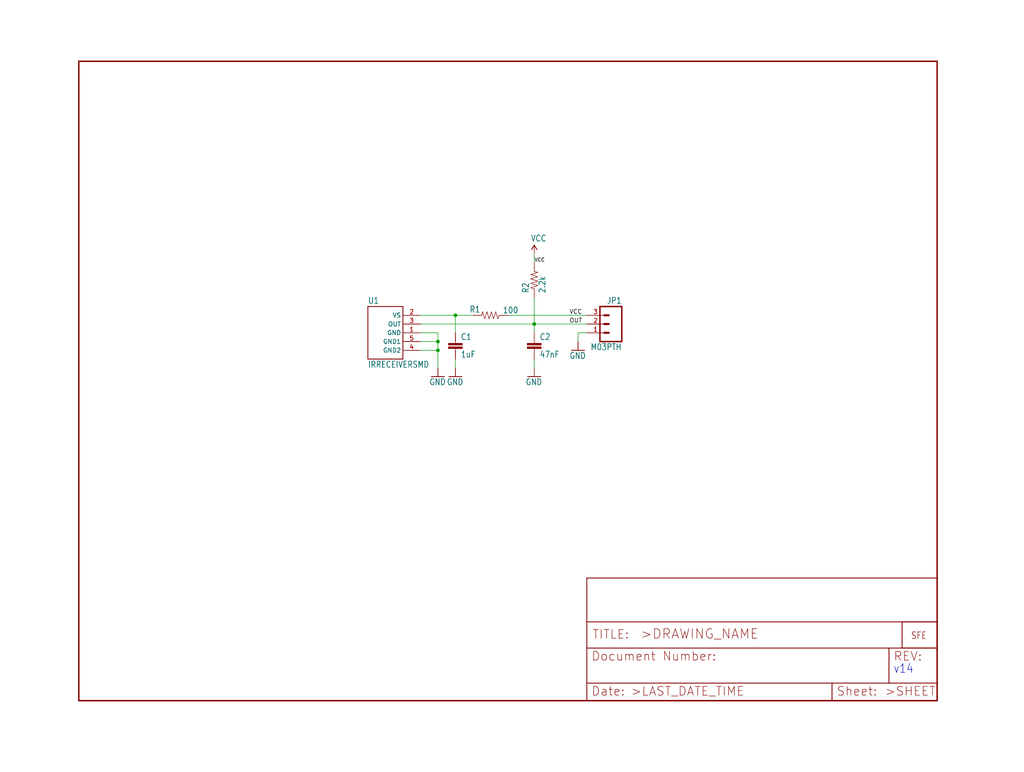
<source format=kicad_sch>
(kicad_sch (version 20211123) (generator eeschema)
  (paper "User" 297.002 223.926)
  (lib_symbols
    (symbol "schematicEagle-eagle-import:3.3V" (power)
      (property "Value" "3.3V" (at -1.016 3.556 0))
      (symbol "3.3V_1_0"
        (polyline (pts (xy 0 2.54) (xy -0.762 1.27)) (stroke (width 0.254)))
        (polyline (pts (xy 0.762 1.27) (xy 0 2.54)) (stroke (width 0.254)))
        (pin power_in line (at 0 0 90) (length 2.54) (name "3.3V") (number "1"))
      )
    )
    (symbol "schematicEagle-eagle-import:CAP0603-CAP"
      (property "Reference" "C" (at 1.524 2.921 0))
      (property "Value" "CAP0603-CAP" (at 1.524 -2.159 0))
      (symbol "CAP0603-CAP_1_0"
        (rectangle (start -2.032 0.508) (end 2.032 1.016) (fill (type outline)))
        (rectangle (start -2.032 1.524) (end 2.032 2.032) (fill (type outline)))
        (polyline (pts (xy 0 0) (xy 0 0.508)) (stroke (width 0.1524)))
        (polyline (pts (xy 0 2.54) (xy 0 2.032)) (stroke (width 0.1524)))
        (pin passive line (at 0 5.08 270) (length 2.54) (name "1") (number "1"))
        (pin passive line (at 0 -2.54 90) (length 2.54) (name "2") (number "2"))
      )
    )
    (symbol "schematicEagle-eagle-import:FRAME-LETTER"
      (symbol "FRAME-LETTER_1_0"
        (polyline (pts (xy 0 0) (xy 248.92 0)) (stroke (width 0.4064)))
        (polyline (pts (xy 0 185.42) (xy 0 0)) (stroke (width 0.4064)))
        (polyline (pts (xy 0 185.42) (xy 248.92 185.42)) (stroke (width 0.4064)))
        (polyline (pts (xy 248.92 185.42) (xy 248.92 0)) (stroke (width 0.4064)))
      )
      (symbol "FRAME-LETTER_2_0"
        (polyline (pts (xy 0 0) (xy 0 5.08)) (stroke (width 0.254)))
        (polyline (pts (xy 0 0) (xy 71.12 0)) (stroke (width 0.254)))
        (polyline (pts (xy 0 5.08) (xy 0 15.24)) (stroke (width 0.254)))
        (polyline (pts (xy 0 5.08) (xy 71.12 5.08)) (stroke (width 0.254)))
        (polyline (pts (xy 0 15.24) (xy 0 22.86)) (stroke (width 0.254)))
        (polyline (pts (xy 0 22.86) (xy 0 35.56)) (stroke (width 0.254)))
        (polyline (pts (xy 0 22.86) (xy 101.6 22.86)) (stroke (width 0.254)))
        (polyline (pts (xy 71.12 0) (xy 101.6 0)) (stroke (width 0.254)))
        (polyline (pts (xy 71.12 5.08) (xy 71.12 0)) (stroke (width 0.254)))
        (polyline (pts (xy 71.12 5.08) (xy 87.63 5.08)) (stroke (width 0.254)))
        (polyline (pts (xy 87.63 5.08) (xy 101.6 5.08)) (stroke (width 0.254)))
        (polyline (pts (xy 87.63 15.24) (xy 0 15.24)) (stroke (width 0.254)))
        (polyline (pts (xy 87.63 15.24) (xy 87.63 5.08)) (stroke (width 0.254)))
        (polyline (pts (xy 101.6 5.08) (xy 101.6 0)) (stroke (width 0.254)))
        (polyline (pts (xy 101.6 15.24) (xy 87.63 15.24)) (stroke (width 0.254)))
        (polyline (pts (xy 101.6 15.24) (xy 101.6 5.08)) (stroke (width 0.254)))
        (polyline (pts (xy 101.6 22.86) (xy 101.6 15.24)) (stroke (width 0.254)))
        (polyline (pts (xy 101.6 35.56) (xy 0 35.56)) (stroke (width 0.254)))
        (polyline (pts (xy 101.6 35.56) (xy 101.6 22.86)) (stroke (width 0.254)))
        (text ">DRAWING_NAME" (at 15.494 17.78 0) (effects (font (size 2.7432 2.7432)) (justify left bottom)))
        (text ">LAST_DATE_TIME" (at 12.7 1.27 0) (effects (font (size 2.54 2.54)) (justify left bottom)))
        (text ">SHEET" (at 86.36 1.27 0) (effects (font (size 2.54 2.54)) (justify left bottom)))
        (text "Date:" (at 1.27 1.27 0) (effects (font (size 2.54 2.54)) (justify left bottom)))
        (text "Document Number:" (at 1.27 11.43 0) (effects (font (size 2.54 2.54)) (justify left bottom)))
        (text "REV:" (at 88.9 11.43 0) (effects (font (size 2.54 2.54)) (justify left bottom)))
        (text "Sheet:" (at 72.39 1.27 0) (effects (font (size 2.54 2.54)) (justify left bottom)))
        (text "TITLE:" (at 1.524 17.78 0) (effects (font (size 2.54 2.54)) (justify left bottom)))
      )
    )
    (symbol "schematicEagle-eagle-import:GND" (power)
      (property "Value" "GND" (at -2.54 -2.54 0))
      (symbol "GND_1_0"
        (polyline (pts (xy -1.905 0) (xy 1.905 0)) (stroke (width 0.254)))
        (pin power_in line (at 0 2.54 270) (length 2.54) (name "GND") (number "1"))
      )
    )
    (symbol "schematicEagle-eagle-import:IRRECEIVERSMD"
      (property "Value" "IRRECEIVERSMD" (at -5.08 -10.16 0))
      (symbol "IRRECEIVERSMD_1_0"
        (polyline (pts (xy -5.08 -7.62) (xy 5.08 -7.62)) (stroke (width 0.254)))
        (polyline (pts (xy -5.08 7.62) (xy -5.08 -7.62)) (stroke (width 0.254)))
        (polyline (pts (xy 5.08 -7.62) (xy 5.08 7.62)) (stroke (width 0.254)))
        (polyline (pts (xy 5.08 7.62) (xy -5.08 7.62)) (stroke (width 0.254)))
        (pin bidirectional line (at 10.16 0 180) (length 5.08) (name "GND") (number "1"))
        (pin bidirectional line (at 10.16 5.08 180) (length 5.08) (name "VS") (number "2"))
        (pin bidirectional line (at 10.16 2.54 180) (length 5.08) (name "OUT") (number "3"))
        (pin bidirectional line (at 10.16 -5.08 180) (length 5.08) (name "GND2") (number "4"))
        (pin bidirectional line (at 10.16 -2.54 180) (length 5.08) (name "GND1") (number "5"))
      )
    )
    (symbol "schematicEagle-eagle-import:LOGO-SFESK"
      (symbol "LOGO-SFESK_1_0"
        (polyline (pts (xy -2.54 -2.54) (xy 7.62 -2.54)) (stroke (width 0.254)))
        (polyline (pts (xy -2.54 5.08) (xy -2.54 -2.54)) (stroke (width 0.254)))
        (polyline (pts (xy 7.62 -2.54) (xy 7.62 5.08)) (stroke (width 0.254)))
        (polyline (pts (xy 7.62 5.08) (xy -2.54 5.08)) (stroke (width 0.254)))
        (text "SFE" (at 0 0 0) (effects (font (size 1.9304 1.6408)) (justify left bottom)))
      )
    )
    (symbol "schematicEagle-eagle-import:M03PTH"
      (property "Reference" "JP" (at -2.54 5.842 0))
      (property "Value" "M03PTH" (at -2.54 -7.62 0))
      (symbol "M03PTH_1_0"
        (polyline (pts (xy -2.54 5.08) (xy -2.54 -5.08)) (stroke (width 0.4064)))
        (polyline (pts (xy -2.54 5.08) (xy 3.81 5.08)) (stroke (width 0.4064)))
        (polyline (pts (xy 1.27 -2.54) (xy 2.54 -2.54)) (stroke (width 0.6096)))
        (polyline (pts (xy 1.27 0) (xy 2.54 0)) (stroke (width 0.6096)))
        (polyline (pts (xy 1.27 2.54) (xy 2.54 2.54)) (stroke (width 0.6096)))
        (polyline (pts (xy 3.81 -5.08) (xy -2.54 -5.08)) (stroke (width 0.4064)))
        (polyline (pts (xy 3.81 -5.08) (xy 3.81 5.08)) (stroke (width 0.4064)))
        (pin passive line (at 7.62 -2.54 180) (length 5.08) (name "1") (number "1"))
        (pin passive line (at 7.62 0 180) (length 5.08) (name "2") (number "2"))
        (pin passive line (at 7.62 2.54 180) (length 5.08) (name "3") (number "3"))
      )
    )
    (symbol "schematicEagle-eagle-import:RESISTOR0603-RES"
      (property "Reference" "R" (at -3.81 1.4986 0))
      (property "Value" "RESISTOR0603-RES" (at -3.81 -3.302 0))
      (symbol "RESISTOR0603-RES_1_0"
        (polyline (pts (xy -2.54 0) (xy -2.159 1.016)) (stroke (width 0.1524)))
        (polyline (pts (xy -2.159 1.016) (xy -1.524 -1.016)) (stroke (width 0.1524)))
        (polyline (pts (xy -1.524 -1.016) (xy -0.889 1.016)) (stroke (width 0.1524)))
        (polyline (pts (xy -0.889 1.016) (xy -0.254 -1.016)) (stroke (width 0.1524)))
        (polyline (pts (xy -0.254 -1.016) (xy 0.381 1.016)) (stroke (width 0.1524)))
        (polyline (pts (xy 0.381 1.016) (xy 1.016 -1.016)) (stroke (width 0.1524)))
        (polyline (pts (xy 1.016 -1.016) (xy 1.651 1.016)) (stroke (width 0.1524)))
        (polyline (pts (xy 1.651 1.016) (xy 2.286 -1.016)) (stroke (width 0.1524)))
        (polyline (pts (xy 2.286 -1.016) (xy 2.54 0)) (stroke (width 0.1524)))
        (pin passive line (at -5.08 0 0) (length 2.54) (name "1") (number "1"))
        (pin passive line (at 5.08 0 180) (length 2.54) (name "2") (number "2"))
      )
    )
  )
  (junction (at 127 99.06))
  (junction (at 132.08 91.44))
  (junction (at 154.94 93.98))
  (junction (at 127 101.6))
  (wire (pts (xy 154.94 93.98) (xy 154.94 86.36)))
  (wire (pts (xy 167.64 96.52) (xy 167.64 99.06)))
  (wire (pts (xy 154.94 104.14) (xy 154.94 106.68)))
  (wire (pts (xy 121.92 93.98) (xy 154.94 93.98)))
  (wire (pts (xy 170.18 96.52) (xy 167.64 96.52)))
  (wire (pts (xy 127 99.06) (xy 127 101.6)))
  (wire (pts (xy 127 96.52) (xy 127 99.06)))
  (wire (pts (xy 121.92 101.6) (xy 127 101.6)))
  (wire (pts (xy 147.32 91.44) (xy 170.18 91.44)))
  (wire (pts (xy 132.08 104.14) (xy 132.08 106.68)))
  (wire (pts (xy 132.08 96.52) (xy 132.08 91.44)))
  (wire (pts (xy 121.92 96.52) (xy 127 96.52)))
  (wire (pts (xy 121.92 91.44) (xy 132.08 91.44)))
  (wire (pts (xy 154.94 76.2) (xy 154.94 73.66)))
  (wire (pts (xy 154.94 96.52) (xy 154.94 93.98)))
  (wire (pts (xy 154.94 93.98) (xy 170.18 93.98)))
  (wire (pts (xy 121.92 99.06) (xy 127 99.06)))
  (wire (pts (xy 127 101.6) (xy 127 106.68)))
  (wire (pts (xy 132.08 91.44) (xy 137.16 91.44)))
  (text "v14" (at 259.08 195.58 180) (effects (font (size 2.54 2.159)) (justify left bottom)))
  (label "OUT" (at 165.1 93.98 0) (effects (font (size 1.2446 1.2446))))
  (label "VCC" (at 165.1 91.44 0) (effects (font (size 1.2446 1.2446))))
  (label "VCC" (at 154.94 76.2 0) (effects (font (size 1.016 1.016))))
  (symbol (lib_id "schematicEagle-eagle-import:RESISTOR0603-RES") (at 154.94 81.28 90) (unit 1)
    (property "Reference" "R2" (at 153.4414 85.09 0) (effects (font (size 1.778 1.5113)) (justify left bottom)))
    (property "Value" "2.2k" (at 158.242 85.09 0) (effects (font (size 1.778 1.5113)) (justify left bottom)))
    (property "Footprint" "schematicEagle:0603-RES" (effects hide))
  )
  (symbol (lib_id "schematicEagle-eagle-import:GND") (at 154.94 109.22 0) (unit 1)
    (property "Reference" "#GND2" (effects hide))
    (property "Value" "GND" (at 152.4 111.76 0) (effects (font (size 1.778 1.5113)) (justify left bottom)))
    (property "Footprint" "schematicEagle:" (effects hide))
  )
  (symbol (lib_id "schematicEagle-eagle-import:CAP0603-CAP") (at 132.08 101.6 0) (unit 1)
    (property "Reference" "C1" (at 133.604 98.679 0) (effects (font (size 1.778 1.5113)) (justify left bottom)))
    (property "Value" "1uF" (at 133.604 103.759 0) (effects (font (size 1.778 1.5113)) (justify left bottom)))
    (property "Footprint" "schematicEagle:0603-CAP" (effects hide))
  )
  (symbol (lib_id "schematicEagle-eagle-import:CAP0603-CAP") (at 154.94 101.6 0) (unit 1)
    (property "Reference" "C2" (at 156.464 98.679 0) (effects (font (size 1.778 1.5113)) (justify left bottom)))
    (property "Value" "47nF" (at 156.464 103.759 0) (effects (font (size 1.778 1.5113)) (justify left bottom)))
    (property "Footprint" "schematicEagle:0603-CAP" (effects hide))
  )
  (symbol (lib_id "schematicEagle-eagle-import:GND") (at 132.08 109.22 0) (unit 1)
    (property "Reference" "#GND1" (effects hide))
    (property "Value" "GND" (at 129.54 111.76 0) (effects (font (size 1.778 1.5113)) (justify left bottom)))
    (property "Footprint" "schematicEagle:" (effects hide))
  )
  (symbol (lib_id "schematicEagle-eagle-import:IRRECEIVERSMD") (at 111.76 96.52 0) (unit 1)
    (property "Reference" "U1" (at 106.68 88.138 0) (effects (font (size 1.778 1.5113)) (justify left bottom)))
    (property "Value" "IRRECEIVERSMD" (at 106.68 106.68 0) (effects (font (size 1.778 1.5113)) (justify left bottom)))
    (property "Footprint" "schematicEagle:TSOP8523" (effects hide))
  )
  (symbol (lib_id "schematicEagle-eagle-import:3.3V") (at 154.94 73.66 0) (unit 1)
    (property "Reference" "#VCC0" (effects hide))
    (property "Value" "VCC" (at 153.924 70.104 0) (effects (font (size 1.778 1.5113)) (justify left bottom)))
    (property "Footprint" "schematicEagle:" (effects hide))
  )
  (symbol (lib_id "schematicEagle-eagle-import:RESISTOR0603-RES") (at 142.24 91.44 180) (unit 1)
    (property "Reference" "R1" (at 136.144 90.7034 0) (effects (font (size 1.778 1.5113)) (justify right top)))
    (property "Value" "100" (at 145.796 90.932 0) (effects (font (size 1.778 1.5113)) (justify right top)))
    (property "Footprint" "schematicEagle:0603-RES" (effects hide))
  )
  (symbol (lib_id "schematicEagle-eagle-import:FRAME-LETTER") (at 170.18 203.2 0) (unit 2)
    (property "Reference" "#FRAME1" (effects hide))
    (property "Value" "FRAME-LETTER" (effects hide))
    (property "Footprint" "schematicEagle:" (effects hide))
  )
  (symbol (lib_id "schematicEagle-eagle-import:LOGO-SFESK") (at 264.16 185.42 0) (unit 1)
    (property "Reference" "U$1" (effects hide))
    (property "Value" "LOGO-SFESK" (effects hide))
    (property "Footprint" "schematicEagle:SFE-LOGO-FLAME" (effects hide))
  )
  (symbol (lib_id "schematicEagle-eagle-import:FRAME-LETTER") (at 22.86 203.2 0) (unit 1)
    (property "Reference" "#FRAME1" (effects hide))
    (property "Value" "FRAME-LETTER" (effects hide))
    (property "Footprint" "schematicEagle:" (effects hide))
  )
  (symbol (lib_id "schematicEagle-eagle-import:GND") (at 167.64 101.6 0) (unit 1)
    (property "Reference" "#GND4" (effects hide))
    (property "Value" "GND" (at 165.1 104.14 0) (effects (font (size 1.778 1.5113)) (justify left bottom)))
    (property "Footprint" "schematicEagle:" (effects hide))
  )
  (symbol (lib_id "schematicEagle-eagle-import:GND") (at 127 109.22 0) (unit 1)
    (property "Reference" "#GND3" (effects hide))
    (property "Value" "GND" (at 124.46 111.76 0) (effects (font (size 1.778 1.5113)) (justify left bottom)))
    (property "Footprint" "schematicEagle:" (effects hide))
  )
  (symbol (lib_id "schematicEagle-eagle-import:M03PTH") (at 177.8 93.98 0) (mirror y) (unit 1)
    (property "Reference" "JP1" (at 180.34 88.138 0) (effects (font (size 1.778 1.5113)) (justify left bottom)))
    (property "Value" "M03PTH" (at 180.34 101.6 0) (effects (font (size 1.778 1.5113)) (justify left bottom)))
    (property "Footprint" "schematicEagle:1X03" (effects hide))
  )
)
</source>
